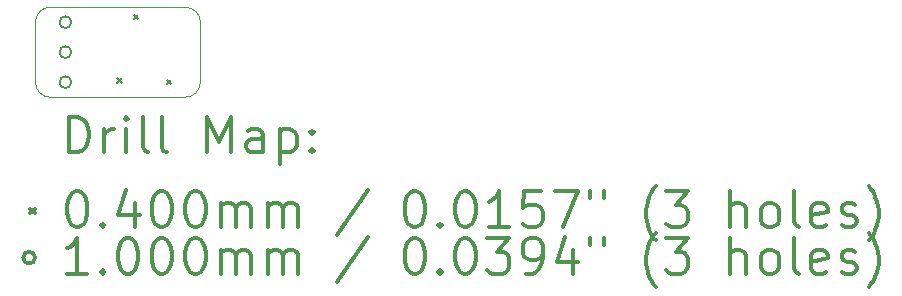
<source format=gbr>
%FSLAX45Y45*%
G04 Gerber Fmt 4.5, Leading zero omitted, Abs format (unit mm)*
G04 Created by KiCad (PCBNEW (5.1.10)-1) date 2021-12-10 13:29:33*
%MOMM*%
%LPD*%
G01*
G04 APERTURE LIST*
%TA.AperFunction,Profile*%
%ADD10C,0.050000*%
%TD*%
%ADD11C,0.200000*%
%ADD12C,0.300000*%
G04 APERTURE END LIST*
D10*
X11938000Y-9652000D02*
X11938000Y-9144000D01*
X13335000Y-9652000D02*
G75*
G02*
X13208000Y-9779000I-127000J0D01*
G01*
X12065000Y-9779000D02*
G75*
G02*
X11938000Y-9652000I0J127000D01*
G01*
X11938000Y-9144000D02*
G75*
G02*
X12065000Y-9017000I127000J0D01*
G01*
X13208000Y-9017000D02*
G75*
G02*
X13335000Y-9144000I0J-127000D01*
G01*
X13208000Y-9779000D02*
X12065000Y-9779000D01*
X13335000Y-9144000D02*
X13335000Y-9652000D01*
X12065000Y-9017000D02*
X13208000Y-9017000D01*
D11*
X12630000Y-9620000D02*
X12670000Y-9660000D01*
X12670000Y-9620000D02*
X12630000Y-9660000D01*
X12770000Y-9080000D02*
X12810000Y-9120000D01*
X12810000Y-9080000D02*
X12770000Y-9120000D01*
X13050000Y-9630000D02*
X13090000Y-9670000D01*
X13090000Y-9630000D02*
X13050000Y-9670000D01*
X12242000Y-9144000D02*
G75*
G03*
X12242000Y-9144000I-50000J0D01*
G01*
X12242000Y-9398000D02*
G75*
G03*
X12242000Y-9398000I-50000J0D01*
G01*
X12242000Y-9652000D02*
G75*
G03*
X12242000Y-9652000I-50000J0D01*
G01*
D12*
X12221928Y-10247214D02*
X12221928Y-9947214D01*
X12293357Y-9947214D01*
X12336214Y-9961500D01*
X12364786Y-9990072D01*
X12379071Y-10018643D01*
X12393357Y-10075786D01*
X12393357Y-10118643D01*
X12379071Y-10175786D01*
X12364786Y-10204357D01*
X12336214Y-10232929D01*
X12293357Y-10247214D01*
X12221928Y-10247214D01*
X12521928Y-10247214D02*
X12521928Y-10047214D01*
X12521928Y-10104357D02*
X12536214Y-10075786D01*
X12550500Y-10061500D01*
X12579071Y-10047214D01*
X12607643Y-10047214D01*
X12707643Y-10247214D02*
X12707643Y-10047214D01*
X12707643Y-9947214D02*
X12693357Y-9961500D01*
X12707643Y-9975786D01*
X12721928Y-9961500D01*
X12707643Y-9947214D01*
X12707643Y-9975786D01*
X12893357Y-10247214D02*
X12864786Y-10232929D01*
X12850500Y-10204357D01*
X12850500Y-9947214D01*
X13050500Y-10247214D02*
X13021928Y-10232929D01*
X13007643Y-10204357D01*
X13007643Y-9947214D01*
X13393357Y-10247214D02*
X13393357Y-9947214D01*
X13493357Y-10161500D01*
X13593357Y-9947214D01*
X13593357Y-10247214D01*
X13864786Y-10247214D02*
X13864786Y-10090072D01*
X13850500Y-10061500D01*
X13821928Y-10047214D01*
X13764786Y-10047214D01*
X13736214Y-10061500D01*
X13864786Y-10232929D02*
X13836214Y-10247214D01*
X13764786Y-10247214D01*
X13736214Y-10232929D01*
X13721928Y-10204357D01*
X13721928Y-10175786D01*
X13736214Y-10147214D01*
X13764786Y-10132929D01*
X13836214Y-10132929D01*
X13864786Y-10118643D01*
X14007643Y-10047214D02*
X14007643Y-10347214D01*
X14007643Y-10061500D02*
X14036214Y-10047214D01*
X14093357Y-10047214D01*
X14121928Y-10061500D01*
X14136214Y-10075786D01*
X14150500Y-10104357D01*
X14150500Y-10190072D01*
X14136214Y-10218643D01*
X14121928Y-10232929D01*
X14093357Y-10247214D01*
X14036214Y-10247214D01*
X14007643Y-10232929D01*
X14279071Y-10218643D02*
X14293357Y-10232929D01*
X14279071Y-10247214D01*
X14264786Y-10232929D01*
X14279071Y-10218643D01*
X14279071Y-10247214D01*
X14279071Y-10061500D02*
X14293357Y-10075786D01*
X14279071Y-10090072D01*
X14264786Y-10075786D01*
X14279071Y-10061500D01*
X14279071Y-10090072D01*
X11895500Y-10721500D02*
X11935500Y-10761500D01*
X11935500Y-10721500D02*
X11895500Y-10761500D01*
X12279071Y-10577214D02*
X12307643Y-10577214D01*
X12336214Y-10591500D01*
X12350500Y-10605786D01*
X12364786Y-10634357D01*
X12379071Y-10691500D01*
X12379071Y-10762929D01*
X12364786Y-10820072D01*
X12350500Y-10848643D01*
X12336214Y-10862929D01*
X12307643Y-10877214D01*
X12279071Y-10877214D01*
X12250500Y-10862929D01*
X12236214Y-10848643D01*
X12221928Y-10820072D01*
X12207643Y-10762929D01*
X12207643Y-10691500D01*
X12221928Y-10634357D01*
X12236214Y-10605786D01*
X12250500Y-10591500D01*
X12279071Y-10577214D01*
X12507643Y-10848643D02*
X12521928Y-10862929D01*
X12507643Y-10877214D01*
X12493357Y-10862929D01*
X12507643Y-10848643D01*
X12507643Y-10877214D01*
X12779071Y-10677214D02*
X12779071Y-10877214D01*
X12707643Y-10562929D02*
X12636214Y-10777214D01*
X12821928Y-10777214D01*
X12993357Y-10577214D02*
X13021928Y-10577214D01*
X13050500Y-10591500D01*
X13064786Y-10605786D01*
X13079071Y-10634357D01*
X13093357Y-10691500D01*
X13093357Y-10762929D01*
X13079071Y-10820072D01*
X13064786Y-10848643D01*
X13050500Y-10862929D01*
X13021928Y-10877214D01*
X12993357Y-10877214D01*
X12964786Y-10862929D01*
X12950500Y-10848643D01*
X12936214Y-10820072D01*
X12921928Y-10762929D01*
X12921928Y-10691500D01*
X12936214Y-10634357D01*
X12950500Y-10605786D01*
X12964786Y-10591500D01*
X12993357Y-10577214D01*
X13279071Y-10577214D02*
X13307643Y-10577214D01*
X13336214Y-10591500D01*
X13350500Y-10605786D01*
X13364786Y-10634357D01*
X13379071Y-10691500D01*
X13379071Y-10762929D01*
X13364786Y-10820072D01*
X13350500Y-10848643D01*
X13336214Y-10862929D01*
X13307643Y-10877214D01*
X13279071Y-10877214D01*
X13250500Y-10862929D01*
X13236214Y-10848643D01*
X13221928Y-10820072D01*
X13207643Y-10762929D01*
X13207643Y-10691500D01*
X13221928Y-10634357D01*
X13236214Y-10605786D01*
X13250500Y-10591500D01*
X13279071Y-10577214D01*
X13507643Y-10877214D02*
X13507643Y-10677214D01*
X13507643Y-10705786D02*
X13521928Y-10691500D01*
X13550500Y-10677214D01*
X13593357Y-10677214D01*
X13621928Y-10691500D01*
X13636214Y-10720072D01*
X13636214Y-10877214D01*
X13636214Y-10720072D02*
X13650500Y-10691500D01*
X13679071Y-10677214D01*
X13721928Y-10677214D01*
X13750500Y-10691500D01*
X13764786Y-10720072D01*
X13764786Y-10877214D01*
X13907643Y-10877214D02*
X13907643Y-10677214D01*
X13907643Y-10705786D02*
X13921928Y-10691500D01*
X13950500Y-10677214D01*
X13993357Y-10677214D01*
X14021928Y-10691500D01*
X14036214Y-10720072D01*
X14036214Y-10877214D01*
X14036214Y-10720072D02*
X14050500Y-10691500D01*
X14079071Y-10677214D01*
X14121928Y-10677214D01*
X14150500Y-10691500D01*
X14164786Y-10720072D01*
X14164786Y-10877214D01*
X14750500Y-10562929D02*
X14493357Y-10948643D01*
X15136214Y-10577214D02*
X15164786Y-10577214D01*
X15193357Y-10591500D01*
X15207643Y-10605786D01*
X15221928Y-10634357D01*
X15236214Y-10691500D01*
X15236214Y-10762929D01*
X15221928Y-10820072D01*
X15207643Y-10848643D01*
X15193357Y-10862929D01*
X15164786Y-10877214D01*
X15136214Y-10877214D01*
X15107643Y-10862929D01*
X15093357Y-10848643D01*
X15079071Y-10820072D01*
X15064786Y-10762929D01*
X15064786Y-10691500D01*
X15079071Y-10634357D01*
X15093357Y-10605786D01*
X15107643Y-10591500D01*
X15136214Y-10577214D01*
X15364786Y-10848643D02*
X15379071Y-10862929D01*
X15364786Y-10877214D01*
X15350500Y-10862929D01*
X15364786Y-10848643D01*
X15364786Y-10877214D01*
X15564786Y-10577214D02*
X15593357Y-10577214D01*
X15621928Y-10591500D01*
X15636214Y-10605786D01*
X15650500Y-10634357D01*
X15664786Y-10691500D01*
X15664786Y-10762929D01*
X15650500Y-10820072D01*
X15636214Y-10848643D01*
X15621928Y-10862929D01*
X15593357Y-10877214D01*
X15564786Y-10877214D01*
X15536214Y-10862929D01*
X15521928Y-10848643D01*
X15507643Y-10820072D01*
X15493357Y-10762929D01*
X15493357Y-10691500D01*
X15507643Y-10634357D01*
X15521928Y-10605786D01*
X15536214Y-10591500D01*
X15564786Y-10577214D01*
X15950500Y-10877214D02*
X15779071Y-10877214D01*
X15864786Y-10877214D02*
X15864786Y-10577214D01*
X15836214Y-10620072D01*
X15807643Y-10648643D01*
X15779071Y-10662929D01*
X16221928Y-10577214D02*
X16079071Y-10577214D01*
X16064786Y-10720072D01*
X16079071Y-10705786D01*
X16107643Y-10691500D01*
X16179071Y-10691500D01*
X16207643Y-10705786D01*
X16221928Y-10720072D01*
X16236214Y-10748643D01*
X16236214Y-10820072D01*
X16221928Y-10848643D01*
X16207643Y-10862929D01*
X16179071Y-10877214D01*
X16107643Y-10877214D01*
X16079071Y-10862929D01*
X16064786Y-10848643D01*
X16336214Y-10577214D02*
X16536214Y-10577214D01*
X16407643Y-10877214D01*
X16636214Y-10577214D02*
X16636214Y-10634357D01*
X16750500Y-10577214D02*
X16750500Y-10634357D01*
X17193357Y-10991500D02*
X17179071Y-10977214D01*
X17150500Y-10934357D01*
X17136214Y-10905786D01*
X17121928Y-10862929D01*
X17107643Y-10791500D01*
X17107643Y-10734357D01*
X17121928Y-10662929D01*
X17136214Y-10620072D01*
X17150500Y-10591500D01*
X17179071Y-10548643D01*
X17193357Y-10534357D01*
X17279071Y-10577214D02*
X17464786Y-10577214D01*
X17364786Y-10691500D01*
X17407643Y-10691500D01*
X17436214Y-10705786D01*
X17450500Y-10720072D01*
X17464786Y-10748643D01*
X17464786Y-10820072D01*
X17450500Y-10848643D01*
X17436214Y-10862929D01*
X17407643Y-10877214D01*
X17321928Y-10877214D01*
X17293357Y-10862929D01*
X17279071Y-10848643D01*
X17821928Y-10877214D02*
X17821928Y-10577214D01*
X17950500Y-10877214D02*
X17950500Y-10720072D01*
X17936214Y-10691500D01*
X17907643Y-10677214D01*
X17864786Y-10677214D01*
X17836214Y-10691500D01*
X17821928Y-10705786D01*
X18136214Y-10877214D02*
X18107643Y-10862929D01*
X18093357Y-10848643D01*
X18079071Y-10820072D01*
X18079071Y-10734357D01*
X18093357Y-10705786D01*
X18107643Y-10691500D01*
X18136214Y-10677214D01*
X18179071Y-10677214D01*
X18207643Y-10691500D01*
X18221928Y-10705786D01*
X18236214Y-10734357D01*
X18236214Y-10820072D01*
X18221928Y-10848643D01*
X18207643Y-10862929D01*
X18179071Y-10877214D01*
X18136214Y-10877214D01*
X18407643Y-10877214D02*
X18379071Y-10862929D01*
X18364786Y-10834357D01*
X18364786Y-10577214D01*
X18636214Y-10862929D02*
X18607643Y-10877214D01*
X18550500Y-10877214D01*
X18521928Y-10862929D01*
X18507643Y-10834357D01*
X18507643Y-10720072D01*
X18521928Y-10691500D01*
X18550500Y-10677214D01*
X18607643Y-10677214D01*
X18636214Y-10691500D01*
X18650500Y-10720072D01*
X18650500Y-10748643D01*
X18507643Y-10777214D01*
X18764786Y-10862929D02*
X18793357Y-10877214D01*
X18850500Y-10877214D01*
X18879071Y-10862929D01*
X18893357Y-10834357D01*
X18893357Y-10820072D01*
X18879071Y-10791500D01*
X18850500Y-10777214D01*
X18807643Y-10777214D01*
X18779071Y-10762929D01*
X18764786Y-10734357D01*
X18764786Y-10720072D01*
X18779071Y-10691500D01*
X18807643Y-10677214D01*
X18850500Y-10677214D01*
X18879071Y-10691500D01*
X18993357Y-10991500D02*
X19007643Y-10977214D01*
X19036214Y-10934357D01*
X19050500Y-10905786D01*
X19064786Y-10862929D01*
X19079071Y-10791500D01*
X19079071Y-10734357D01*
X19064786Y-10662929D01*
X19050500Y-10620072D01*
X19036214Y-10591500D01*
X19007643Y-10548643D01*
X18993357Y-10534357D01*
X11935500Y-11137500D02*
G75*
G03*
X11935500Y-11137500I-50000J0D01*
G01*
X12379071Y-11273214D02*
X12207643Y-11273214D01*
X12293357Y-11273214D02*
X12293357Y-10973214D01*
X12264786Y-11016072D01*
X12236214Y-11044643D01*
X12207643Y-11058929D01*
X12507643Y-11244643D02*
X12521928Y-11258929D01*
X12507643Y-11273214D01*
X12493357Y-11258929D01*
X12507643Y-11244643D01*
X12507643Y-11273214D01*
X12707643Y-10973214D02*
X12736214Y-10973214D01*
X12764786Y-10987500D01*
X12779071Y-11001786D01*
X12793357Y-11030357D01*
X12807643Y-11087500D01*
X12807643Y-11158929D01*
X12793357Y-11216071D01*
X12779071Y-11244643D01*
X12764786Y-11258929D01*
X12736214Y-11273214D01*
X12707643Y-11273214D01*
X12679071Y-11258929D01*
X12664786Y-11244643D01*
X12650500Y-11216071D01*
X12636214Y-11158929D01*
X12636214Y-11087500D01*
X12650500Y-11030357D01*
X12664786Y-11001786D01*
X12679071Y-10987500D01*
X12707643Y-10973214D01*
X12993357Y-10973214D02*
X13021928Y-10973214D01*
X13050500Y-10987500D01*
X13064786Y-11001786D01*
X13079071Y-11030357D01*
X13093357Y-11087500D01*
X13093357Y-11158929D01*
X13079071Y-11216071D01*
X13064786Y-11244643D01*
X13050500Y-11258929D01*
X13021928Y-11273214D01*
X12993357Y-11273214D01*
X12964786Y-11258929D01*
X12950500Y-11244643D01*
X12936214Y-11216071D01*
X12921928Y-11158929D01*
X12921928Y-11087500D01*
X12936214Y-11030357D01*
X12950500Y-11001786D01*
X12964786Y-10987500D01*
X12993357Y-10973214D01*
X13279071Y-10973214D02*
X13307643Y-10973214D01*
X13336214Y-10987500D01*
X13350500Y-11001786D01*
X13364786Y-11030357D01*
X13379071Y-11087500D01*
X13379071Y-11158929D01*
X13364786Y-11216071D01*
X13350500Y-11244643D01*
X13336214Y-11258929D01*
X13307643Y-11273214D01*
X13279071Y-11273214D01*
X13250500Y-11258929D01*
X13236214Y-11244643D01*
X13221928Y-11216071D01*
X13207643Y-11158929D01*
X13207643Y-11087500D01*
X13221928Y-11030357D01*
X13236214Y-11001786D01*
X13250500Y-10987500D01*
X13279071Y-10973214D01*
X13507643Y-11273214D02*
X13507643Y-11073214D01*
X13507643Y-11101786D02*
X13521928Y-11087500D01*
X13550500Y-11073214D01*
X13593357Y-11073214D01*
X13621928Y-11087500D01*
X13636214Y-11116072D01*
X13636214Y-11273214D01*
X13636214Y-11116072D02*
X13650500Y-11087500D01*
X13679071Y-11073214D01*
X13721928Y-11073214D01*
X13750500Y-11087500D01*
X13764786Y-11116072D01*
X13764786Y-11273214D01*
X13907643Y-11273214D02*
X13907643Y-11073214D01*
X13907643Y-11101786D02*
X13921928Y-11087500D01*
X13950500Y-11073214D01*
X13993357Y-11073214D01*
X14021928Y-11087500D01*
X14036214Y-11116072D01*
X14036214Y-11273214D01*
X14036214Y-11116072D02*
X14050500Y-11087500D01*
X14079071Y-11073214D01*
X14121928Y-11073214D01*
X14150500Y-11087500D01*
X14164786Y-11116072D01*
X14164786Y-11273214D01*
X14750500Y-10958929D02*
X14493357Y-11344643D01*
X15136214Y-10973214D02*
X15164786Y-10973214D01*
X15193357Y-10987500D01*
X15207643Y-11001786D01*
X15221928Y-11030357D01*
X15236214Y-11087500D01*
X15236214Y-11158929D01*
X15221928Y-11216071D01*
X15207643Y-11244643D01*
X15193357Y-11258929D01*
X15164786Y-11273214D01*
X15136214Y-11273214D01*
X15107643Y-11258929D01*
X15093357Y-11244643D01*
X15079071Y-11216071D01*
X15064786Y-11158929D01*
X15064786Y-11087500D01*
X15079071Y-11030357D01*
X15093357Y-11001786D01*
X15107643Y-10987500D01*
X15136214Y-10973214D01*
X15364786Y-11244643D02*
X15379071Y-11258929D01*
X15364786Y-11273214D01*
X15350500Y-11258929D01*
X15364786Y-11244643D01*
X15364786Y-11273214D01*
X15564786Y-10973214D02*
X15593357Y-10973214D01*
X15621928Y-10987500D01*
X15636214Y-11001786D01*
X15650500Y-11030357D01*
X15664786Y-11087500D01*
X15664786Y-11158929D01*
X15650500Y-11216071D01*
X15636214Y-11244643D01*
X15621928Y-11258929D01*
X15593357Y-11273214D01*
X15564786Y-11273214D01*
X15536214Y-11258929D01*
X15521928Y-11244643D01*
X15507643Y-11216071D01*
X15493357Y-11158929D01*
X15493357Y-11087500D01*
X15507643Y-11030357D01*
X15521928Y-11001786D01*
X15536214Y-10987500D01*
X15564786Y-10973214D01*
X15764786Y-10973214D02*
X15950500Y-10973214D01*
X15850500Y-11087500D01*
X15893357Y-11087500D01*
X15921928Y-11101786D01*
X15936214Y-11116072D01*
X15950500Y-11144643D01*
X15950500Y-11216071D01*
X15936214Y-11244643D01*
X15921928Y-11258929D01*
X15893357Y-11273214D01*
X15807643Y-11273214D01*
X15779071Y-11258929D01*
X15764786Y-11244643D01*
X16093357Y-11273214D02*
X16150500Y-11273214D01*
X16179071Y-11258929D01*
X16193357Y-11244643D01*
X16221928Y-11201786D01*
X16236214Y-11144643D01*
X16236214Y-11030357D01*
X16221928Y-11001786D01*
X16207643Y-10987500D01*
X16179071Y-10973214D01*
X16121928Y-10973214D01*
X16093357Y-10987500D01*
X16079071Y-11001786D01*
X16064786Y-11030357D01*
X16064786Y-11101786D01*
X16079071Y-11130357D01*
X16093357Y-11144643D01*
X16121928Y-11158929D01*
X16179071Y-11158929D01*
X16207643Y-11144643D01*
X16221928Y-11130357D01*
X16236214Y-11101786D01*
X16493357Y-11073214D02*
X16493357Y-11273214D01*
X16421928Y-10958929D02*
X16350500Y-11173214D01*
X16536214Y-11173214D01*
X16636214Y-10973214D02*
X16636214Y-11030357D01*
X16750500Y-10973214D02*
X16750500Y-11030357D01*
X17193357Y-11387500D02*
X17179071Y-11373214D01*
X17150500Y-11330357D01*
X17136214Y-11301786D01*
X17121928Y-11258929D01*
X17107643Y-11187500D01*
X17107643Y-11130357D01*
X17121928Y-11058929D01*
X17136214Y-11016072D01*
X17150500Y-10987500D01*
X17179071Y-10944643D01*
X17193357Y-10930357D01*
X17279071Y-10973214D02*
X17464786Y-10973214D01*
X17364786Y-11087500D01*
X17407643Y-11087500D01*
X17436214Y-11101786D01*
X17450500Y-11116072D01*
X17464786Y-11144643D01*
X17464786Y-11216071D01*
X17450500Y-11244643D01*
X17436214Y-11258929D01*
X17407643Y-11273214D01*
X17321928Y-11273214D01*
X17293357Y-11258929D01*
X17279071Y-11244643D01*
X17821928Y-11273214D02*
X17821928Y-10973214D01*
X17950500Y-11273214D02*
X17950500Y-11116072D01*
X17936214Y-11087500D01*
X17907643Y-11073214D01*
X17864786Y-11073214D01*
X17836214Y-11087500D01*
X17821928Y-11101786D01*
X18136214Y-11273214D02*
X18107643Y-11258929D01*
X18093357Y-11244643D01*
X18079071Y-11216071D01*
X18079071Y-11130357D01*
X18093357Y-11101786D01*
X18107643Y-11087500D01*
X18136214Y-11073214D01*
X18179071Y-11073214D01*
X18207643Y-11087500D01*
X18221928Y-11101786D01*
X18236214Y-11130357D01*
X18236214Y-11216071D01*
X18221928Y-11244643D01*
X18207643Y-11258929D01*
X18179071Y-11273214D01*
X18136214Y-11273214D01*
X18407643Y-11273214D02*
X18379071Y-11258929D01*
X18364786Y-11230357D01*
X18364786Y-10973214D01*
X18636214Y-11258929D02*
X18607643Y-11273214D01*
X18550500Y-11273214D01*
X18521928Y-11258929D01*
X18507643Y-11230357D01*
X18507643Y-11116072D01*
X18521928Y-11087500D01*
X18550500Y-11073214D01*
X18607643Y-11073214D01*
X18636214Y-11087500D01*
X18650500Y-11116072D01*
X18650500Y-11144643D01*
X18507643Y-11173214D01*
X18764786Y-11258929D02*
X18793357Y-11273214D01*
X18850500Y-11273214D01*
X18879071Y-11258929D01*
X18893357Y-11230357D01*
X18893357Y-11216071D01*
X18879071Y-11187500D01*
X18850500Y-11173214D01*
X18807643Y-11173214D01*
X18779071Y-11158929D01*
X18764786Y-11130357D01*
X18764786Y-11116072D01*
X18779071Y-11087500D01*
X18807643Y-11073214D01*
X18850500Y-11073214D01*
X18879071Y-11087500D01*
X18993357Y-11387500D02*
X19007643Y-11373214D01*
X19036214Y-11330357D01*
X19050500Y-11301786D01*
X19064786Y-11258929D01*
X19079071Y-11187500D01*
X19079071Y-11130357D01*
X19064786Y-11058929D01*
X19050500Y-11016072D01*
X19036214Y-10987500D01*
X19007643Y-10944643D01*
X18993357Y-10930357D01*
M02*

</source>
